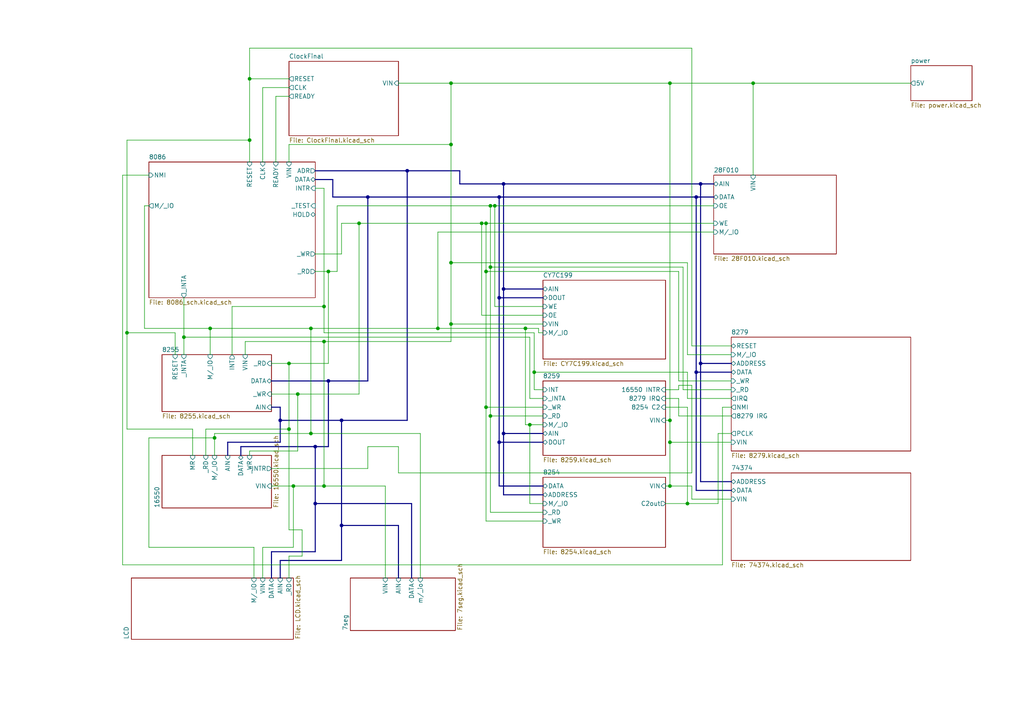
<source format=kicad_sch>
(kicad_sch (version 20211123) (generator eeschema)
  (paper "A4")
  (lib_symbols)
  (junction (at 140.97 64.77))
  (junction (at 144.78 128.27))
  (junction (at 106.68 57.15))
  (junction (at 140.97 118.11))
  (junction (at 93.98 140.97))
  (junction (at 140.97 78.74))
  (junction (at 90.17 125.73))
  (junction (at 152.4 95.25))
  (junction (at 146.05 83.82))
  (junction (at 144.78 57.15))
  (junction (at 194.31 121.92))
  (junction (at 130.81 76.2))
  (junction (at 142.24 59.69))
  (junction (at 130.81 93.98))
  (junction (at 130.81 24.13))
  (junction (at 218.44 24.13))
  (junction (at 146.05 125.73))
  (junction (at 130.81 41.91))
  (junction (at 139.7 64.77))
  (junction (at 203.2 53.34))
  (junction (at 118.11 49.53))
  (junction (at 86.36 114.3))
  (junction (at 194.31 24.13))
  (junction (at 95.25 78.74))
  (junction (at 201.93 57.15))
  (junction (at 93.98 99.06))
  (junction (at 142.24 120.65))
  (junction (at 72.39 22.86))
  (junction (at 146.05 53.34))
  (junction (at 144.78 86.36))
  (junction (at 153.67 123.19))
  (junction (at 62.23 127))
  (junction (at 154.94 107.95))
  (junction (at 60.96 95.25))
  (junction (at 85.09 140.97))
  (junction (at 36.83 96.52))
  (junction (at 83.82 105.41))
  (junction (at 143.51 59.69))
  (junction (at 142.24 77.47))
  (junction (at 93.98 88.9))
  (junction (at 83.82 124.46))
  (junction (at 194.31 128.27))
  (junction (at 201.93 107.95))
  (junction (at 91.44 146.05))
  (junction (at 72.39 40.64))
  (junction (at 203.2 105.41))
  (junction (at 91.44 129.54))
  (junction (at 127 95.25))
  (junction (at 104.14 64.77))
  (junction (at 90.17 95.25))
  (junction (at 99.06 152.4))
  (junction (at 199.39 146.05))
  (junction (at 53.34 97.79))
  (junction (at 194.31 140.97))
  (junction (at 99.06 121.92))
  (junction (at 81.28 121.92))
  (junction (at 95.25 110.49))
  (bus (pts (xy 133.35 49.53) (xy 133.35 53.34)))
  (wire (pts (xy 207.01 59.69) (xy 143.51 59.69)))
  (wire (pts (xy 139.7 64.77) (xy 140.97 64.77)))
  (bus (pts (xy 203.2 139.7) (xy 212.09 139.7)))
  (wire (pts (xy 78.74 135.89) (xy 106.68 135.89)))
  (wire (pts (xy 53.34 97.79) (xy 53.34 102.87)))
  (wire (pts (xy 83.82 153.67) (xy 87.63 153.67)))
  (bus (pts (xy 146.05 143.51) (xy 157.48 143.51)))
  (bus (pts (xy 91.44 129.54) (xy 95.25 129.54)))
  (bus (pts (xy 201.93 57.15) (xy 207.01 57.15)))
  (wire (pts (xy 199.39 118.11) (xy 193.04 118.11)))
  (bus (pts (xy 99.06 152.4) (xy 99.06 121.92)))
  (bus (pts (xy 203.2 105.41) (xy 212.09 105.41)))
  (wire (pts (xy 198.12 77.47) (xy 198.12 113.03)))
  (wire (pts (xy 130.81 76.2) (xy 199.39 76.2)))
  (bus (pts (xy 144.78 86.36) (xy 144.78 128.27)))
  (wire (pts (xy 142.24 77.47) (xy 198.12 77.47)))
  (wire (pts (xy 208.28 146.05) (xy 208.28 125.73)))
  (wire (pts (xy 93.98 96.52) (xy 154.94 96.52)))
  (wire (pts (xy 83.82 124.46) (xy 59.69 124.46)))
  (wire (pts (xy 43.18 127) (xy 43.18 158.75)))
  (wire (pts (xy 127 95.25) (xy 127 67.31)))
  (bus (pts (xy 95.25 110.49) (xy 106.68 110.49)))
  (wire (pts (xy 97.79 59.69) (xy 142.24 59.69)))
  (bus (pts (xy 144.78 57.15) (xy 106.68 57.15)))
  (wire (pts (xy 156.21 95.25) (xy 156.21 96.52)))
  (bus (pts (xy 69.85 129.54) (xy 91.44 129.54)))
  (wire (pts (xy 140.97 78.74) (xy 140.97 118.11)))
  (wire (pts (xy 71.12 99.06) (xy 93.98 99.06)))
  (wire (pts (xy 85.09 140.97) (xy 78.74 140.97)))
  (wire (pts (xy 127 95.25) (xy 152.4 95.25)))
  (wire (pts (xy 80.01 27.94) (xy 80.01 46.99)))
  (wire (pts (xy 71.12 99.06) (xy 71.12 102.87)))
  (wire (pts (xy 93.98 140.97) (xy 111.76 140.97)))
  (wire (pts (xy 85.09 140.97) (xy 85.09 158.75)))
  (wire (pts (xy 200.66 100.33) (xy 200.66 13.97)))
  (wire (pts (xy 90.17 95.25) (xy 127 95.25)))
  (wire (pts (xy 209.55 118.11) (xy 209.55 163.83)))
  (wire (pts (xy 194.31 140.97) (xy 193.04 140.97)))
  (wire (pts (xy 209.55 163.83) (xy 35.56 163.83)))
  (wire (pts (xy 76.2 158.75) (xy 76.2 167.64)))
  (bus (pts (xy 201.93 107.95) (xy 201.93 142.24)))
  (wire (pts (xy 212.09 120.65) (xy 196.85 120.65)))
  (wire (pts (xy 35.56 50.8) (xy 43.18 50.8)))
  (wire (pts (xy 142.24 77.47) (xy 142.24 120.65)))
  (wire (pts (xy 43.18 59.69) (xy 41.91 59.69)))
  (wire (pts (xy 212.09 128.27) (xy 194.31 128.27)))
  (wire (pts (xy 93.98 99.06) (xy 93.98 140.97)))
  (wire (pts (xy 198.12 113.03) (xy 212.09 113.03)))
  (wire (pts (xy 196.85 115.57) (xy 193.04 115.57)))
  (wire (pts (xy 93.98 88.9) (xy 67.31 88.9)))
  (wire (pts (xy 200.66 140.97) (xy 200.66 144.78)))
  (bus (pts (xy 146.05 53.34) (xy 203.2 53.34)))
  (wire (pts (xy 104.14 64.77) (xy 104.14 114.3)))
  (wire (pts (xy 196.85 111.76) (xy 200.66 111.76)))
  (wire (pts (xy 36.83 96.52) (xy 36.83 124.46)))
  (wire (pts (xy 196.85 110.49) (xy 212.09 110.49)))
  (wire (pts (xy 154.94 113.03) (xy 157.48 113.03)))
  (wire (pts (xy 130.81 76.2) (xy 130.81 93.98)))
  (wire (pts (xy 199.39 115.57) (xy 199.39 107.95)))
  (wire (pts (xy 62.23 125.73) (xy 62.23 127)))
  (wire (pts (xy 72.39 22.86) (xy 72.39 40.64)))
  (wire (pts (xy 93.98 99.06) (xy 130.81 99.06)))
  (wire (pts (xy 83.82 41.91) (xy 83.82 46.99)))
  (wire (pts (xy 67.31 88.9) (xy 67.31 102.87)))
  (wire (pts (xy 200.66 13.97) (xy 72.39 13.97)))
  (wire (pts (xy 143.51 59.69) (xy 142.24 59.69)))
  (wire (pts (xy 142.24 148.59) (xy 157.48 148.59)))
  (wire (pts (xy 199.39 146.05) (xy 208.28 146.05)))
  (wire (pts (xy 140.97 64.77) (xy 140.97 78.74)))
  (bus (pts (xy 115.57 152.4) (xy 115.57 167.64)))
  (wire (pts (xy 194.31 24.13) (xy 218.44 24.13)))
  (wire (pts (xy 154.94 107.95) (xy 154.94 113.03)))
  (wire (pts (xy 142.24 59.69) (xy 142.24 77.47)))
  (bus (pts (xy 81.28 121.92) (xy 81.28 128.27)))
  (wire (pts (xy 90.17 125.73) (xy 121.92 125.73)))
  (bus (pts (xy 106.68 57.15) (xy 96.52 57.15)))
  (wire (pts (xy 194.31 140.97) (xy 200.66 140.97)))
  (wire (pts (xy 73.66 158.75) (xy 73.66 167.64)))
  (bus (pts (xy 91.44 129.54) (xy 91.44 146.05)))
  (bus (pts (xy 201.93 107.95) (xy 212.09 107.95)))
  (bus (pts (xy 118.11 49.53) (xy 133.35 49.53)))
  (wire (pts (xy 115.57 137.16) (xy 200.66 137.16)))
  (wire (pts (xy 121.92 125.73) (xy 121.92 167.64)))
  (wire (pts (xy 143.51 59.69) (xy 143.51 88.9)))
  (wire (pts (xy 140.97 118.11) (xy 140.97 151.13)))
  (wire (pts (xy 153.67 146.05) (xy 157.48 146.05)))
  (wire (pts (xy 41.91 59.69) (xy 41.91 95.25)))
  (wire (pts (xy 194.31 121.92) (xy 194.31 128.27)))
  (wire (pts (xy 83.82 22.86) (xy 72.39 22.86)))
  (bus (pts (xy 99.06 152.4) (xy 115.57 152.4)))
  (bus (pts (xy 146.05 125.73) (xy 157.48 125.73)))
  (wire (pts (xy 193.04 146.05) (xy 199.39 146.05)))
  (wire (pts (xy 194.31 128.27) (xy 194.31 140.97)))
  (wire (pts (xy 140.97 118.11) (xy 157.48 118.11)))
  (wire (pts (xy 111.76 140.97) (xy 111.76 167.64)))
  (bus (pts (xy 119.38 146.05) (xy 119.38 167.64)))
  (wire (pts (xy 106.68 129.54) (xy 115.57 129.54)))
  (wire (pts (xy 72.39 130.81) (xy 72.39 132.08)))
  (wire (pts (xy 142.24 120.65) (xy 142.24 148.59)))
  (wire (pts (xy 130.81 93.98) (xy 130.81 99.06)))
  (wire (pts (xy 53.34 86.36) (xy 53.34 97.79)))
  (bus (pts (xy 118.11 49.53) (xy 118.11 121.92)))
  (wire (pts (xy 127 67.31) (xy 207.01 67.31)))
  (bus (pts (xy 66.04 128.27) (xy 66.04 132.08)))
  (bus (pts (xy 146.05 83.82) (xy 146.05 125.73)))
  (wire (pts (xy 55.88 124.46) (xy 55.88 132.08)))
  (wire (pts (xy 83.82 124.46) (xy 83.82 153.67)))
  (bus (pts (xy 144.78 57.15) (xy 201.93 57.15)))
  (bus (pts (xy 91.44 49.53) (xy 118.11 49.53)))
  (wire (pts (xy 194.31 24.13) (xy 194.31 121.92)))
  (bus (pts (xy 146.05 125.73) (xy 146.05 143.51)))
  (wire (pts (xy 99.06 73.66) (xy 99.06 64.77)))
  (bus (pts (xy 81.28 121.92) (xy 99.06 121.92)))
  (wire (pts (xy 130.81 24.13) (xy 194.31 24.13)))
  (wire (pts (xy 35.56 163.83) (xy 35.56 50.8)))
  (wire (pts (xy 91.44 54.61) (xy 93.98 54.61)))
  (bus (pts (xy 78.74 110.49) (xy 95.25 110.49)))
  (wire (pts (xy 153.67 123.19) (xy 153.67 146.05)))
  (wire (pts (xy 199.39 146.05) (xy 199.39 118.11)))
  (wire (pts (xy 62.23 127) (xy 43.18 127)))
  (wire (pts (xy 91.44 73.66) (xy 99.06 73.66)))
  (wire (pts (xy 218.44 24.13) (xy 218.44 50.8)))
  (bus (pts (xy 201.93 142.24) (xy 212.09 142.24)))
  (wire (pts (xy 208.28 125.73) (xy 212.09 125.73)))
  (wire (pts (xy 212.09 100.33) (xy 200.66 100.33)))
  (bus (pts (xy 146.05 53.34) (xy 146.05 83.82)))
  (bus (pts (xy 157.48 83.82) (xy 146.05 83.82)))
  (wire (pts (xy 95.25 78.74) (xy 91.44 78.74)))
  (bus (pts (xy 81.28 118.11) (xy 81.28 121.92)))
  (wire (pts (xy 53.34 97.79) (xy 153.67 97.79)))
  (wire (pts (xy 152.4 95.25) (xy 152.4 123.19)))
  (bus (pts (xy 69.85 129.54) (xy 69.85 132.08)))
  (wire (pts (xy 209.55 118.11) (xy 212.09 118.11)))
  (wire (pts (xy 41.91 95.25) (xy 60.96 95.25)))
  (bus (pts (xy 81.28 128.27) (xy 66.04 128.27)))
  (wire (pts (xy 200.66 137.16) (xy 200.66 111.76)))
  (bus (pts (xy 133.35 53.34) (xy 146.05 53.34)))
  (wire (pts (xy 78.74 105.41) (xy 83.82 105.41)))
  (wire (pts (xy 76.2 25.4) (xy 83.82 25.4)))
  (wire (pts (xy 104.14 64.77) (xy 139.7 64.77)))
  (wire (pts (xy 196.85 120.65) (xy 196.85 115.57)))
  (wire (pts (xy 142.24 120.65) (xy 157.48 120.65)))
  (bus (pts (xy 91.44 146.05) (xy 91.44 160.02)))
  (wire (pts (xy 86.36 114.3) (xy 104.14 114.3)))
  (wire (pts (xy 60.96 95.25) (xy 60.96 102.87)))
  (wire (pts (xy 83.82 105.41) (xy 95.25 105.41)))
  (bus (pts (xy 99.06 162.56) (xy 99.06 152.4)))
  (wire (pts (xy 86.36 130.81) (xy 72.39 130.81)))
  (wire (pts (xy 130.81 93.98) (xy 157.48 93.98)))
  (bus (pts (xy 144.78 86.36) (xy 144.78 57.15)))
  (wire (pts (xy 86.36 114.3) (xy 86.36 130.81)))
  (bus (pts (xy 81.28 162.56) (xy 99.06 162.56)))
  (bus (pts (xy 106.68 57.15) (xy 106.68 110.49)))
  (wire (pts (xy 115.57 24.13) (xy 130.81 24.13)))
  (wire (pts (xy 87.63 153.67) (xy 87.63 161.29)))
  (wire (pts (xy 93.98 54.61) (xy 93.98 88.9)))
  (wire (pts (xy 93.98 88.9) (xy 93.98 96.52)))
  (bus (pts (xy 78.74 160.02) (xy 78.74 167.64)))
  (wire (pts (xy 59.69 124.46) (xy 59.69 132.08)))
  (wire (pts (xy 130.81 41.91) (xy 130.81 76.2)))
  (wire (pts (xy 36.83 124.46) (xy 55.88 124.46)))
  (wire (pts (xy 140.97 64.77) (xy 207.01 64.77)))
  (wire (pts (xy 199.39 102.87) (xy 212.09 102.87)))
  (wire (pts (xy 62.23 127) (xy 62.23 132.08)))
  (bus (pts (xy 99.06 121.92) (xy 118.11 121.92)))
  (bus (pts (xy 81.28 167.64) (xy 81.28 162.56)))
  (wire (pts (xy 95.25 78.74) (xy 95.25 105.41)))
  (wire (pts (xy 106.68 135.89) (xy 106.68 129.54)))
  (wire (pts (xy 97.79 59.69) (xy 97.79 78.74)))
  (wire (pts (xy 143.51 88.9) (xy 157.48 88.9)))
  (wire (pts (xy 156.21 96.52) (xy 157.48 96.52)))
  (wire (pts (xy 72.39 40.64) (xy 36.83 40.64)))
  (bus (pts (xy 203.2 53.34) (xy 207.01 53.34)))
  (bus (pts (xy 96.52 52.07) (xy 91.44 52.07)))
  (wire (pts (xy 199.39 76.2) (xy 199.39 102.87)))
  (wire (pts (xy 200.66 144.78) (xy 212.09 144.78)))
  (wire (pts (xy 90.17 125.73) (xy 62.23 125.73)))
  (wire (pts (xy 85.09 158.75) (xy 76.2 158.75)))
  (wire (pts (xy 139.7 91.44) (xy 157.48 91.44)))
  (bus (pts (xy 78.74 118.11) (xy 81.28 118.11)))
  (wire (pts (xy 196.85 78.74) (xy 196.85 110.49)))
  (wire (pts (xy 212.09 115.57) (xy 199.39 115.57)))
  (wire (pts (xy 153.67 123.19) (xy 157.48 123.19)))
  (wire (pts (xy 36.83 40.64) (xy 36.83 96.52)))
  (wire (pts (xy 154.94 96.52) (xy 154.94 107.95)))
  (wire (pts (xy 140.97 78.74) (xy 196.85 78.74)))
  (wire (pts (xy 194.31 121.92) (xy 193.04 121.92)))
  (wire (pts (xy 72.39 13.97) (xy 72.39 22.86)))
  (bus (pts (xy 201.93 57.15) (xy 201.93 107.95)))
  (wire (pts (xy 72.39 40.64) (xy 72.39 46.99)))
  (wire (pts (xy 153.67 115.57) (xy 157.48 115.57)))
  (wire (pts (xy 199.39 107.95) (xy 154.94 107.95)))
  (wire (pts (xy 87.63 161.29) (xy 83.82 161.29)))
  (bus (pts (xy 95.25 129.54) (xy 95.25 110.49)))
  (bus (pts (xy 203.2 53.34) (xy 203.2 105.41)))
  (wire (pts (xy 83.82 27.94) (xy 80.01 27.94)))
  (wire (pts (xy 93.98 140.97) (xy 85.09 140.97)))
  (bus (pts (xy 91.44 146.05) (xy 119.38 146.05)))
  (wire (pts (xy 153.67 97.79) (xy 153.67 115.57)))
  (wire (pts (xy 50.8 96.52) (xy 50.8 102.87)))
  (wire (pts (xy 130.81 41.91) (xy 83.82 41.91)))
  (wire (pts (xy 90.17 95.25) (xy 90.17 125.73)))
  (wire (pts (xy 97.79 78.74) (xy 95.25 78.74)))
  (wire (pts (xy 196.85 111.76) (xy 196.85 113.03)))
  (wire (pts (xy 99.06 64.77) (xy 104.14 64.77)))
  (wire (pts (xy 83.82 161.29) (xy 83.82 167.64)))
  (bus (pts (xy 203.2 105.41) (xy 203.2 139.7)))
  (wire (pts (xy 193.04 113.03) (xy 196.85 113.03)))
  (wire (pts (xy 60.96 95.25) (xy 90.17 95.25)))
  (bus (pts (xy 96.52 57.15) (xy 96.52 52.07)))
  (bus (pts (xy 91.44 160.02) (xy 78.74 160.02)))
  (wire (pts (xy 78.74 114.3) (xy 86.36 114.3)))
  (wire (pts (xy 152.4 95.25) (xy 156.21 95.25)))
  (wire (pts (xy 130.81 24.13) (xy 130.81 41.91)))
  (wire (pts (xy 139.7 91.44) (xy 139.7 64.77)))
  (wire (pts (xy 218.44 24.13) (xy 264.16 24.13)))
  (wire (pts (xy 36.83 96.52) (xy 50.8 96.52)))
  (wire (pts (xy 152.4 123.19) (xy 153.67 123.19)))
  (wire (pts (xy 83.82 105.41) (xy 83.82 124.46)))
  (wire (pts (xy 115.57 129.54) (xy 115.57 137.16)))
  (bus (pts (xy 144.78 128.27) (xy 157.48 128.27)))
  (bus (pts (xy 144.78 128.27) (xy 144.78 140.97)))
  (bus (pts (xy 144.78 140.97) (xy 157.48 140.97)))
  (wire (pts (xy 43.18 158.75) (xy 73.66 158.75)))
  (wire (pts (xy 140.97 151.13) (xy 157.48 151.13)))
  (wire (pts (xy 76.2 25.4) (xy 76.2 46.99)))
  (bus (pts (xy 157.48 86.36) (xy 144.78 86.36)))
  (sheet (at 212.09 97.79) (size 52.07 33.02) (stroke (width 0.1524))
    (property "Sheet name" "8279" (at 212.09 97.0784 0) (effects (justify left bottom)))
    (property "Sheet file" "8279.kicad_sch" (at 212.09 131.3946 0) (effects (justify left top)))
    (pin "RESET" bidirectional (at 212.09 100.33 180))
    (pin "M{slash}_IO" input (at 212.09 102.87 180))
    (pin "ADDRESS" bidirectional (at 212.09 105.41 180))
    (pin "DATA" bidirectional (at 212.09 107.95 180))
    (pin "VIN" input (at 212.09 128.27 180))
    (pin "PCLK" output (at 212.09 125.73 180))
    (pin "IRQ" output (at 212.09 115.57 180))
    (pin "_WR" input (at 212.09 110.49 180))
    (pin "_RD" input (at 212.09 113.03 180))
    (pin "NMI" output (at 212.09 118.11 180))
    (pin "8279 IRG" output (at 212.09 120.65 180))
  )
  (sheet (at 207.01 50.8) (size 35.56 22.86) (stroke (width 0.1524))
    (property "Sheet name" "28F010" (at 207.01 50.0884 0) (effects (justify left bottom)))
    (property "Sheet file" "28F010.kicad_sch" (at 207.01 74.2446 0) (effects (justify left top)))
    (pin "OE" input (at 207.01 59.69 180))
    (pin "WE" input (at 207.01 64.77 180))
    (pin "AIN" bidirectional (at 207.01 53.34 180))
    (pin "DATA" bidirectional (at 207.01 57.15 180))
    (pin "VIN" input (at 218.44 50.8 90))
    (pin "M{slash}_IO" input (at 207.01 67.31 180))
  )
  (sheet (at 212.09 137.16) (size 52.07 25.4) (stroke (width 0.1524))
    (property "Sheet name" "74374" (at 212.09 136.4484 0) (effects (justify left bottom)))
    (property "Sheet file" "74374.kicad_sch" (at 212.09 163.1446 0) (effects (justify left top)))
    (pin "ADDRESS" bidirectional (at 212.09 139.7 180))
    (pin "DATA" bidirectional (at 212.09 142.24 180))
    (pin "VIN" input (at 212.09 144.78 180))
  )
  (sheet (at 43.18 46.99) (size 48.26 39.37) (stroke (width 0.1524))
    (property "Sheet name" "8086" (at 43.18 46.2784 0) (effects (justify left bottom)))
    (property "Sheet file" "8086_sch.kicad_sch" (at 43.18 86.9446 0) (effects (justify left top)))
    (pin "INTR" input (at 91.44 54.61 0))
    (pin "_TEST" input (at 91.44 59.69 0))
    (pin "HOLD" bidirectional (at 91.44 62.23 0))
    (pin "NMI" input (at 43.18 50.8 180))
    (pin "CLK" input (at 76.2 46.99 90))
    (pin "READY" input (at 80.01 46.99 90))
    (pin "RESET" input (at 72.39 46.99 90))
    (pin "M{slash}_IO" output (at 43.18 59.69 180))
    (pin "_INTA" output (at 53.34 86.36 270))
    (pin "_RD" output (at 91.44 78.74 0))
    (pin "_WR" output (at 91.44 73.66 0))
    (pin "ADR" output (at 91.44 49.53 0))
    (pin "DATA" bidirectional (at 91.44 52.07 0))
    (pin "VIN" input (at 83.82 46.99 90))
  )
  (sheet (at 157.48 138.43) (size 35.56 20.32) (stroke (width 0.1524))
    (property "Sheet name" "8254" (at 157.48 137.7184 0) (effects (justify left bottom)))
    (property "Sheet file" "8254.kicad_sch" (at 157.48 159.3346 0) (effects (justify left top)))
    (pin "DATA" bidirectional (at 157.48 140.97 180))
    (pin "VIN" input (at 193.04 140.97 0))
    (pin "ADDRESS" bidirectional (at 157.48 143.51 180))
    (pin "M{slash}_IO" input (at 157.48 146.05 180))
    (pin "_RD" input (at 157.48 148.59 180))
    (pin "_WR" input (at 157.48 151.13 180))
    (pin "C2out" output (at 193.04 146.05 0))
  )
  (sheet (at 101.6 167.64) (size 30.48 15.24) (stroke (width 0.1524))
    (property "Sheet name" "7seg" (at 100.8884 182.88 90) (effects (justify left bottom)))
    (property "Sheet file" "7seg.kicad_sch" (at 132.6646 182.88 90) (effects (justify left top)))
    (pin "VIN" input (at 111.76 167.64 90))
    (pin "AIN" input (at 115.57 167.64 90))
    (pin "DATA" bidirectional (at 119.38 167.64 90))
    (pin "m{slash}_io" input (at 121.92 167.64 90))
  )
  (sheet (at 264.16 19.05) (size 17.78 10.16) (stroke (width 0.1524))
    (property "Sheet name" "power" (at 264.16 18.3384 0) (effects (justify left bottom)))
    (property "Sheet file" "power.kicad_sch" (at 264.16 29.7946 0) (effects (justify left top)))
    (pin "5V" output (at 264.16 24.13 180))
  )
  (sheet (at 83.82 17.78) (size 31.75 21.59) (stroke (width 0.1524))
    (property "Sheet name" "ClockFinal" (at 83.82 17.0684 0) (effects (justify left bottom)))
    (property "Sheet file" "ClockFinal.kicad_sch" (at 83.82 39.9546 0) (effects (justify left top)))
    (pin "RESET" output (at 83.82 22.86 180))
    (pin "CLK" output (at 83.82 25.4 180))
    (pin "READY" output (at 83.82 27.94 180))
    (pin "VIN" input (at 115.57 24.13 0))
  )
  (sheet (at 46.99 132.08) (size 31.75 15.24) (stroke (width 0.1524))
    (property "Sheet name" "16550" (at 46.2784 147.32 90) (effects (justify left bottom)))
    (property "Sheet file" "16550.kicad_sch" (at 79.3246 147.32 90) (effects (justify left top)))
    (pin "AIN" input (at 66.04 132.08 90))
    (pin "DATA" bidirectional (at 69.85 132.08 90))
    (pin "M{slash}_IO" input (at 62.23 132.08 90))
    (pin "_WR" input (at 72.39 132.08 90))
    (pin "INTR" output (at 78.74 135.89 0))
    (pin "_RD" input (at 59.69 132.08 90))
    (pin "MR" input (at 55.88 132.08 90))
    (pin "VIN" input (at 78.74 140.97 0))
  )
  (sheet (at 157.48 110.49) (size 35.56 21.59) (stroke (width 0.1524))
    (property "Sheet name" "8259" (at 157.48 109.7784 0) (effects (justify left bottom)))
    (property "Sheet file" "8259.kicad_sch" (at 157.48 132.6646 0) (effects (justify left top)))
    (pin "16550 INTR" input (at 193.04 113.03 0))
    (pin "8279 IRQ" input (at 193.04 115.57 0))
    (pin "8254 C2" input (at 193.04 118.11 0))
    (pin "INT" input (at 157.48 113.03 180))
    (pin "_INTA" input (at 157.48 115.57 180))
    (pin "_WR" input (at 157.48 118.11 180))
    (pin "_RD" input (at 157.48 120.65 180))
    (pin "M{slash}_IO" input (at 157.48 123.19 180))
    (pin "AIN" bidirectional (at 157.48 125.73 180))
    (pin "DOUT" bidirectional (at 157.48 128.27 180))
    (pin "VIN" input (at 193.04 121.92 0))
  )
  (sheet (at 157.48 81.28) (size 35.56 22.86) (stroke (width 0.1524))
    (property "Sheet name" "CY7C199" (at 157.48 80.5684 0) (effects (justify left bottom)))
    (property "Sheet file" "CY7C199.kicad_sch" (at 157.48 104.7246 0) (effects (justify left top)))
    (pin "WE" input (at 157.48 88.9 180))
    (pin "OE" input (at 157.48 91.44 180))
    (pin "AIN" bidirectional (at 157.48 83.82 180))
    (pin "VIN" input (at 157.48 93.98 180))
    (pin "DOUT" bidirectional (at 157.48 86.36 180))
    (pin "M{slash}_IO" input (at 157.48 96.52 180))
  )
  (sheet (at 46.99 102.87) (size 31.75 16.51) (stroke (width 0.1524))
    (property "Sheet name" "8255" (at 46.99 102.1584 0) (effects (justify left bottom)))
    (property "Sheet file" "8255.kicad_sch" (at 46.99 119.9646 0) (effects (justify left top)))
    (pin "RESET" input (at 50.8 102.87 90))
    (pin "_RD" input (at 78.74 105.41 0))
    (pin "_WR" input (at 78.74 114.3 0))
    (pin "AIN" input (at 78.74 118.11 0))
    (pin "DATA" bidirectional (at 78.74 110.49 0))
    (pin "VIN" input (at 71.12 102.87 90))
    (pin "M{slash}_IO" input (at 60.96 102.87 90))
    (pin "INT" output (at 67.31 102.87 90))
    (pin "_INTA" input (at 53.34 102.87 90))
  )
  (sheet (at 38.1 167.64) (size 46.99 17.78) (stroke (width 0.1524))
    (property "Sheet name" "LCD" (at 37.3884 185.42 90) (effects (justify left bottom)))
    (property "Sheet file" "LCD.kicad_sch" (at 85.6746 185.42 90) (effects (justify left top)))
    (pin "_RD" input (at 83.82 167.64 90))
    (pin "AIN" input (at 81.28 167.64 90))
    (pin "DATA" bidirectional (at 78.74 167.64 90))
    (pin "VIN" input (at 76.2 167.64 90))
    (pin "M{slash}_IO" input (at 73.66 167.64 90))
  )
)
</source>
